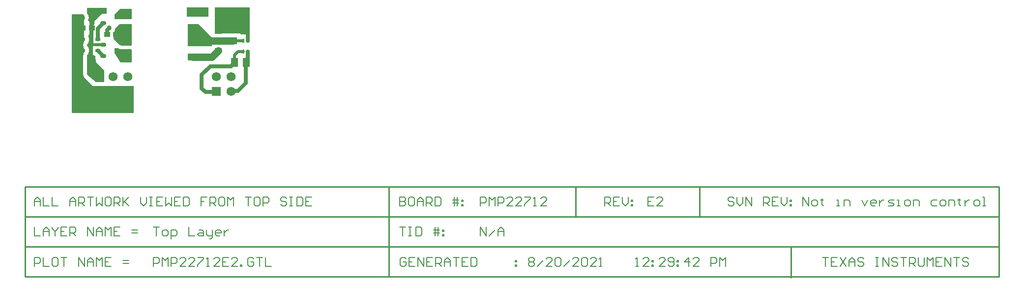
<source format=gtl>
G04*
G04 #@! TF.GenerationSoftware,Altium Limited,Altium Designer,21.6.1 (37)*
G04*
G04 Layer_Physical_Order=1*
G04 Layer_Color=10066329*
%FSAX44Y44*%
%MOMM*%
G71*
G04*
G04 #@! TF.SameCoordinates,618BDD94-0BF2-4233-98CF-319708F98917*
G04*
G04*
G04 #@! TF.FilePolarity,Positive*
G04*
G01*
G75*
%ADD15C,0.2032*%
%ADD17C,0.2540*%
G04:AMPARAMS|DCode=18|XSize=0.75mm|YSize=0.4mm|CornerRadius=0.05mm|HoleSize=0mm|Usage=FLASHONLY|Rotation=270.000|XOffset=0mm|YOffset=0mm|HoleType=Round|Shape=RoundedRectangle|*
%AMROUNDEDRECTD18*
21,1,0.7500,0.3000,0,0,270.0*
21,1,0.6500,0.4000,0,0,270.0*
1,1,0.1000,-0.1500,-0.3250*
1,1,0.1000,-0.1500,0.3250*
1,1,0.1000,0.1500,0.3250*
1,1,0.1000,0.1500,-0.3250*
%
%ADD18ROUNDEDRECTD18*%
%ADD19R,1.2700X1.6002*%
%ADD20R,1.6002X1.2700*%
G04:AMPARAMS|DCode=21|XSize=0.9144mm|YSize=1.2192mm|CornerRadius=0.0503mm|HoleSize=0mm|Usage=FLASHONLY|Rotation=180.000|XOffset=0mm|YOffset=0mm|HoleType=Round|Shape=RoundedRectangle|*
%AMROUNDEDRECTD21*
21,1,0.9144,1.1186,0,0,180.0*
21,1,0.8138,1.2192,0,0,180.0*
1,1,0.1006,-0.4069,0.5593*
1,1,0.1006,0.4069,0.5593*
1,1,0.1006,0.4069,-0.5593*
1,1,0.1006,-0.4069,-0.5593*
%
%ADD21ROUNDEDRECTD21*%
G04:AMPARAMS|DCode=22|XSize=0.9144mm|YSize=1.2192mm|CornerRadius=0.0503mm|HoleSize=0mm|Usage=FLASHONLY|Rotation=270.000|XOffset=0mm|YOffset=0mm|HoleType=Round|Shape=RoundedRectangle|*
%AMROUNDEDRECTD22*
21,1,0.9144,1.1186,0,0,270.0*
21,1,0.8138,1.2192,0,0,270.0*
1,1,0.1006,-0.5593,-0.4069*
1,1,0.1006,-0.5593,0.4069*
1,1,0.1006,0.5593,0.4069*
1,1,0.1006,0.5593,-0.4069*
%
%ADD22ROUNDEDRECTD22*%
G04:AMPARAMS|DCode=23|XSize=1.82mm|YSize=1.12mm|CornerRadius=0.0504mm|HoleSize=0mm|Usage=FLASHONLY|Rotation=0.000|XOffset=0mm|YOffset=0mm|HoleType=Round|Shape=RoundedRectangle|*
%AMROUNDEDRECTD23*
21,1,1.8200,1.0192,0,0,0.0*
21,1,1.7192,1.1200,0,0,0.0*
1,1,0.1008,0.8596,-0.5096*
1,1,0.1008,-0.8596,-0.5096*
1,1,0.1008,-0.8596,0.5096*
1,1,0.1008,0.8596,0.5096*
%
%ADD23ROUNDEDRECTD23*%
G04:AMPARAMS|DCode=24|XSize=0.55mm|YSize=0.8mm|CornerRadius=0.0495mm|HoleSize=0mm|Usage=FLASHONLY|Rotation=270.000|XOffset=0mm|YOffset=0mm|HoleType=Round|Shape=RoundedRectangle|*
%AMROUNDEDRECTD24*
21,1,0.5500,0.7010,0,0,270.0*
21,1,0.4510,0.8000,0,0,270.0*
1,1,0.0990,-0.3505,-0.2255*
1,1,0.0990,-0.3505,0.2255*
1,1,0.0990,0.3505,0.2255*
1,1,0.0990,0.3505,-0.2255*
%
%ADD24ROUNDEDRECTD24*%
G04:AMPARAMS|DCode=25|XSize=0.6mm|YSize=1mm|CornerRadius=0.15mm|HoleSize=0mm|Usage=FLASHONLY|Rotation=90.000|XOffset=0mm|YOffset=0mm|HoleType=Round|Shape=RoundedRectangle|*
%AMROUNDEDRECTD25*
21,1,0.6000,0.7000,0,0,90.0*
21,1,0.3000,1.0000,0,0,90.0*
1,1,0.3000,0.3500,0.1500*
1,1,0.3000,0.3500,-0.1500*
1,1,0.3000,-0.3500,-0.1500*
1,1,0.3000,-0.3500,0.1500*
%
%ADD25ROUNDEDRECTD25*%
%ADD26R,1.0000X0.9500*%
%ADD35C,1.5700*%
G04:AMPARAMS|DCode=36|XSize=1.57mm|YSize=1.57mm|CornerRadius=0.0471mm|HoleSize=0mm|Usage=FLASHONLY|Rotation=0.000|XOffset=0mm|YOffset=0mm|HoleType=Round|Shape=RoundedRectangle|*
%AMROUNDEDRECTD36*
21,1,1.5700,1.4758,0,0,0.0*
21,1,1.4758,1.5700,0,0,0.0*
1,1,0.0942,0.7379,-0.7379*
1,1,0.0942,-0.7379,-0.7379*
1,1,0.0942,-0.7379,0.7379*
1,1,0.0942,0.7379,0.7379*
%
%ADD36ROUNDEDRECTD36*%
%ADD38C,0.6350*%
%ADD39C,0.5080*%
%ADD40C,1.2700*%
%ADD41C,0.8636*%
G36*
X00417179Y00549524D02*
X00380280D01*
Y00565245D01*
X00417179D01*
Y00549524D01*
D02*
G37*
G36*
X00284918Y00545076D02*
X00255268D01*
Y00553243D01*
X00264786Y00562761D01*
X00284918D01*
Y00545076D01*
D02*
G37*
G36*
X00488268Y00565486D02*
X00488268Y00518714D01*
X00472744Y00518714D01*
Y00520743D01*
X00459225D01*
X00458393Y00520853D01*
X00428518D01*
Y00565486D01*
X00488268Y00565486D01*
D02*
G37*
G36*
X00284918Y00500644D02*
X00283648Y00499604D01*
X00283540Y00499619D01*
X00283444Y00499593D01*
X00268052D01*
X00267977Y00499651D01*
X00266067Y00500442D01*
X00265100Y00500569D01*
X00264674Y00500942D01*
X00264269Y00501080D01*
X00263914Y00501317D01*
X00263673Y00501365D01*
X00253868Y00511170D01*
Y00522340D01*
X00255336Y00524254D01*
X00256411Y00526849D01*
X00256705Y00529083D01*
X00264301Y00536679D01*
X00284918D01*
Y00500644D01*
D02*
G37*
G36*
X00422991Y00513756D02*
Y00498894D01*
X00422788Y00498629D01*
X00422706Y00498430D01*
X00381618D01*
Y00536679D01*
X00400068D01*
X00422991Y00513756D01*
D02*
G37*
G36*
X00261584Y00495144D02*
X00263015Y00494045D01*
X00264683Y00493354D01*
X00266472Y00493119D01*
X00283664D01*
X00283963Y00493158D01*
X00284918Y00492321D01*
Y00470267D01*
X00265794D01*
X00255268Y00486581D01*
Y00495336D01*
X00261436D01*
X00261584Y00495144D01*
D02*
G37*
G36*
X00242268Y00564636D02*
X00242268Y00554636D01*
X00233268D01*
X00220768Y00542136D01*
X00220942Y00536679D01*
X00220073Y00535810D01*
X00218546Y00533820D01*
X00217586Y00531503D01*
X00217259Y00529016D01*
Y00516394D01*
X00216957Y00516001D01*
X00216267Y00514336D01*
X00216032Y00512549D01*
Y00508039D01*
X00216267Y00506252D01*
X00216957Y00504587D01*
X00218054Y00503157D01*
X00219300Y00502201D01*
X00219480Y00500794D01*
X00219300Y00499386D01*
X00218054Y00498430D01*
X00216957Y00497001D01*
X00216267Y00495336D01*
X00216032Y00493549D01*
Y00489039D01*
X00216267Y00487252D01*
X00216957Y00485587D01*
X00218054Y00484157D01*
X00219484Y00483060D01*
X00221149Y00482370D01*
X00221873Y00482275D01*
X00222704Y00481444D01*
X00223060Y00470267D01*
X00237810Y00456930D01*
X00237810Y00437136D01*
X00223757Y00437136D01*
X00208268Y00449528D01*
Y00483343D01*
X00209328Y00484157D01*
X00210425Y00485587D01*
X00211115Y00487252D01*
X00211350Y00489039D01*
Y00493549D01*
X00211115Y00495336D01*
X00210425Y00497001D01*
X00209328Y00498430D01*
X00208268Y00499244D01*
Y00502343D01*
X00209328Y00503157D01*
X00210425Y00504587D01*
X00211115Y00506252D01*
X00211350Y00508039D01*
Y00512549D01*
X00211115Y00514336D01*
X00210425Y00516001D01*
X00211683Y00518534D01*
X00212041D01*
Y00540734D01*
X00211409D01*
X00210165Y00543274D01*
X00210911Y00545076D01*
X00211278Y00547861D01*
X00210911Y00550646D01*
X00209837Y00553241D01*
X00208268Y00555285D01*
Y00564636D01*
X00242268Y00564636D01*
D02*
G37*
G36*
X00202203Y00553226D02*
X00202286Y00552807D01*
X00202757Y00552103D01*
X00203132Y00551343D01*
X00203268Y00551166D01*
Y00506290D01*
X00203219Y00506217D01*
X00202661Y00505581D01*
X00202524Y00505176D01*
X00202286Y00504821D01*
X00202121Y00503991D01*
X00201849Y00503189D01*
X00201877Y00502762D01*
X00201794Y00502343D01*
Y00499244D01*
X00201877Y00498825D01*
X00201849Y00498399D01*
X00202121Y00497597D01*
X00202286Y00496766D01*
X00202524Y00496411D01*
X00202661Y00496007D01*
X00203219Y00495370D01*
X00203268Y00495297D01*
Y00487290D01*
X00203219Y00487217D01*
X00202661Y00486581D01*
X00202524Y00486176D01*
X00202286Y00485821D01*
X00202121Y00484990D01*
X00201849Y00484188D01*
X00201877Y00483762D01*
X00201794Y00483343D01*
Y00449528D01*
X00201864Y00449173D01*
X00201833Y00448813D01*
X00202109Y00447944D01*
X00202286Y00447050D01*
X00202487Y00446749D01*
X00202597Y00446404D01*
X00203184Y00445707D01*
X00203268Y00445581D01*
Y00444636D01*
X00218268Y00429636D01*
X00288268D01*
Y00383610D01*
X00182242Y00383610D01*
X00182242Y00553241D01*
X00202196D01*
X00202203Y00553226D01*
D02*
G37*
G54D15*
X00322326Y00186814D02*
X00332483D01*
X00327404D01*
Y00171579D01*
X00340100D02*
X00345179D01*
X00347718Y00174118D01*
Y00179196D01*
X00345179Y00181735D01*
X00340100D01*
X00337561Y00179196D01*
Y00174118D01*
X00340100Y00171579D01*
X00352796Y00166500D02*
Y00181735D01*
X00360414D01*
X00362953Y00179196D01*
Y00174118D01*
X00360414Y00171579D01*
X00352796D01*
X00383266Y00186814D02*
Y00171579D01*
X00393423D01*
X00401040Y00181735D02*
X00406119D01*
X00408658Y00179196D01*
Y00171579D01*
X00401040D01*
X00398501Y00174118D01*
X00401040Y00176657D01*
X00408658D01*
X00413736Y00181735D02*
Y00174118D01*
X00416276Y00171579D01*
X00423893D01*
Y00169039D01*
X00421354Y00166500D01*
X00418815D01*
X00423893Y00171579D02*
Y00181735D01*
X00436589Y00171579D02*
X00431511D01*
X00428971Y00174118D01*
Y00179196D01*
X00431511Y00181735D01*
X00436589D01*
X00439128Y00179196D01*
Y00176657D01*
X00428971D01*
X00444207Y00181735D02*
Y00171579D01*
Y00176657D01*
X00446746Y00179196D01*
X00449285Y00181735D01*
X00451824D01*
X01441196Y00223097D02*
Y00238332D01*
X01451353Y00223097D01*
Y00238332D01*
X01458970Y00223097D02*
X01464049D01*
X01466588Y00225636D01*
Y00230714D01*
X01464049Y00233253D01*
X01458970D01*
X01456431Y00230714D01*
Y00225636D01*
X01458970Y00223097D01*
X01474205Y00235793D02*
Y00233253D01*
X01471666D01*
X01476745D01*
X01474205D01*
Y00225636D01*
X01476745Y00223097D01*
X01499597D02*
X01504675D01*
X01502136D01*
Y00233253D01*
X01499597D01*
X01512293Y00223097D02*
Y00233253D01*
X01519910D01*
X01522450Y00230714D01*
Y00223097D01*
X01542763Y00233253D02*
X01547841Y00223097D01*
X01552920Y00233253D01*
X01565616Y00223097D02*
X01560537D01*
X01557998Y00225636D01*
Y00230714D01*
X01560537Y00233253D01*
X01565616D01*
X01568155Y00230714D01*
Y00228175D01*
X01557998D01*
X01573233Y00233253D02*
Y00223097D01*
Y00228175D01*
X01575773Y00230714D01*
X01578312Y00233253D01*
X01580851D01*
X01588468Y00223097D02*
X01596086D01*
X01598625Y00225636D01*
X01596086Y00228175D01*
X01591008D01*
X01588468Y00230714D01*
X01591008Y00233253D01*
X01598625D01*
X01603703Y00223097D02*
X01608782D01*
X01606243D01*
Y00233253D01*
X01603703D01*
X01618938Y00223097D02*
X01624017D01*
X01626556Y00225636D01*
Y00230714D01*
X01624017Y00233253D01*
X01618938D01*
X01616399Y00230714D01*
Y00225636D01*
X01618938Y00223097D01*
X01631634D02*
Y00233253D01*
X01639252D01*
X01641791Y00230714D01*
Y00223097D01*
X01672261Y00233253D02*
X01664644D01*
X01662104Y00230714D01*
Y00225636D01*
X01664644Y00223097D01*
X01672261D01*
X01679879D02*
X01684957D01*
X01687496Y00225636D01*
Y00230714D01*
X01684957Y00233253D01*
X01679879D01*
X01677340Y00230714D01*
Y00225636D01*
X01679879Y00223097D01*
X01692575D02*
Y00233253D01*
X01700192D01*
X01702731Y00230714D01*
Y00223097D01*
X01710349Y00235793D02*
Y00233253D01*
X01707810D01*
X01712888D01*
X01710349D01*
Y00225636D01*
X01712888Y00223097D01*
X01720506Y00233253D02*
Y00223097D01*
Y00228175D01*
X01723045Y00230714D01*
X01725584Y00233253D01*
X01728123D01*
X01738280Y00223097D02*
X01743358D01*
X01745897Y00225636D01*
Y00230714D01*
X01743358Y00233253D01*
X01738280D01*
X01735741Y00230714D01*
Y00225636D01*
X01738280Y00223097D01*
X01750976D02*
X01756054D01*
X01753515D01*
Y00238332D01*
X01750976D01*
X01322829Y00235793D02*
X01320289Y00238332D01*
X01315211D01*
X01312672Y00235793D01*
Y00233253D01*
X01315211Y00230714D01*
X01320289D01*
X01322829Y00228175D01*
Y00225636D01*
X01320289Y00223097D01*
X01315211D01*
X01312672Y00225636D01*
X01327907Y00238332D02*
Y00228175D01*
X01332985Y00223097D01*
X01338064Y00228175D01*
Y00238332D01*
X01343142Y00223097D02*
Y00238332D01*
X01353299Y00223097D01*
Y00238332D01*
X01373612Y00223097D02*
Y00238332D01*
X01381230D01*
X01383769Y00235793D01*
Y00230714D01*
X01381230Y00228175D01*
X01373612D01*
X01378691D02*
X01383769Y00223097D01*
X01399004Y00238332D02*
X01388847D01*
Y00223097D01*
X01399004D01*
X01388847Y00230714D02*
X01393926D01*
X01404082Y00238332D02*
Y00228175D01*
X01409161Y00223097D01*
X01414239Y00228175D01*
Y00238332D01*
X01419317Y00233253D02*
X01421857D01*
Y00230714D01*
X01419317D01*
Y00233253D01*
Y00225636D02*
X01421857D01*
Y00223097D01*
X01419317D01*
Y00225636D01*
X01099820Y00223097D02*
Y00238332D01*
X01107438D01*
X01109977Y00235793D01*
Y00230714D01*
X01107438Y00228175D01*
X01099820D01*
X01104898D02*
X01109977Y00223097D01*
X01125212Y00238332D02*
X01115055D01*
Y00223097D01*
X01125212D01*
X01115055Y00230714D02*
X01120133D01*
X01130290Y00238332D02*
Y00228175D01*
X01135368Y00223097D01*
X01140447Y00228175D01*
Y00238332D01*
X01145525Y00233253D02*
X01148064D01*
Y00230714D01*
X01145525D01*
Y00233253D01*
Y00225636D02*
X01148064D01*
Y00223097D01*
X01145525D01*
Y00225636D01*
X00322326Y00119295D02*
Y00134530D01*
X00329944D01*
X00332483Y00131991D01*
Y00126912D01*
X00329944Y00124373D01*
X00322326D01*
X00337561Y00119295D02*
Y00134530D01*
X00342639Y00129452D01*
X00347718Y00134530D01*
Y00119295D01*
X00352796D02*
Y00134530D01*
X00360414D01*
X00362953Y00131991D01*
Y00126912D01*
X00360414Y00124373D01*
X00352796D01*
X00378188Y00119295D02*
X00368031D01*
X00378188Y00129452D01*
Y00131991D01*
X00375649Y00134530D01*
X00370570D01*
X00368031Y00131991D01*
X00393423Y00119295D02*
X00383266D01*
X00393423Y00129452D01*
Y00131991D01*
X00390884Y00134530D01*
X00385806D01*
X00383266Y00131991D01*
X00398501Y00134530D02*
X00408658D01*
Y00131991D01*
X00398501Y00121834D01*
Y00119295D01*
X00413736D02*
X00418815D01*
X00416276D01*
Y00134530D01*
X00413736Y00131991D01*
X00436589Y00119295D02*
X00426432D01*
X00436589Y00129452D01*
Y00131991D01*
X00434050Y00134530D01*
X00428971D01*
X00426432Y00131991D01*
X00451824Y00134530D02*
X00441667D01*
Y00119295D01*
X00451824D01*
X00441667Y00126912D02*
X00446746D01*
X00467059Y00119295D02*
X00456903D01*
X00467059Y00129452D01*
Y00131991D01*
X00464520Y00134530D01*
X00459442D01*
X00456903Y00131991D01*
X00472137Y00119295D02*
Y00121834D01*
X00474677D01*
Y00119295D01*
X00472137D01*
X00494990Y00131991D02*
X00492451Y00134530D01*
X00487373D01*
X00484833Y00131991D01*
Y00121834D01*
X00487373Y00119295D01*
X00492451D01*
X00494990Y00121834D01*
Y00126912D01*
X00489912D01*
X00500069Y00134530D02*
X00510225D01*
X00505147D01*
Y00119295D01*
X00515304Y00134530D02*
Y00119295D01*
X00525460D01*
X00968121Y00131991D02*
X00970660Y00134530D01*
X00975739D01*
X00978278Y00131991D01*
Y00129452D01*
X00975739Y00126912D01*
X00978278Y00124373D01*
Y00121834D01*
X00975739Y00119295D01*
X00970660D01*
X00968121Y00121834D01*
Y00124373D01*
X00970660Y00126912D01*
X00968121Y00129452D01*
Y00131991D01*
X00970660Y00126912D02*
X00975739D01*
X00983356Y00119295D02*
X00993513Y00129452D01*
X01008748Y00119295D02*
X00998591D01*
X01008748Y00129452D01*
Y00131991D01*
X01006209Y00134530D01*
X01001130D01*
X00998591Y00131991D01*
X01013826D02*
X01016365Y00134530D01*
X01021444D01*
X01023983Y00131991D01*
Y00121834D01*
X01021444Y00119295D01*
X01016365D01*
X01013826Y00121834D01*
Y00131991D01*
X01029061Y00119295D02*
X01039218Y00129452D01*
X01054453Y00119295D02*
X01044296D01*
X01054453Y00129452D01*
Y00131991D01*
X01051914Y00134530D01*
X01046835D01*
X01044296Y00131991D01*
X01059531D02*
X01062071Y00134530D01*
X01067149D01*
X01069688Y00131991D01*
Y00121834D01*
X01067149Y00119295D01*
X01062071D01*
X01059531Y00121834D01*
Y00131991D01*
X01084923Y00119295D02*
X01074766D01*
X01084923Y00129452D01*
Y00131991D01*
X01082384Y00134530D01*
X01077306D01*
X01074766Y00131991D01*
X01090002Y00119295D02*
X01095080D01*
X01092541D01*
Y00134530D01*
X01090002Y00131991D01*
X00757425D02*
X00754885Y00134530D01*
X00749807D01*
X00747268Y00131991D01*
Y00121834D01*
X00749807Y00119295D01*
X00754885D01*
X00757425Y00121834D01*
Y00126912D01*
X00752346D01*
X00772660Y00134530D02*
X00762503D01*
Y00119295D01*
X00772660D01*
X00762503Y00126912D02*
X00767581D01*
X00777738Y00119295D02*
Y00134530D01*
X00787895Y00119295D01*
Y00134530D01*
X00803130D02*
X00792973D01*
Y00119295D01*
X00803130D01*
X00792973Y00126912D02*
X00798052D01*
X00808208Y00119295D02*
Y00134530D01*
X00815826D01*
X00818365Y00131991D01*
Y00126912D01*
X00815826Y00124373D01*
X00808208D01*
X00813287D02*
X00818365Y00119295D01*
X00823443D02*
Y00129452D01*
X00828522Y00134530D01*
X00833600Y00129452D01*
Y00119295D01*
Y00126912D01*
X00823443D01*
X00838678Y00134530D02*
X00848835D01*
X00843757D01*
Y00119295D01*
X00864070Y00134530D02*
X00853913D01*
Y00119295D01*
X00864070D01*
X00853913Y00126912D02*
X00858992D01*
X00869149Y00134530D02*
Y00119295D01*
X00876766D01*
X00879305Y00121834D01*
Y00131991D01*
X00876766Y00134530D01*
X00869149D01*
X00945324Y00129452D02*
X00947863D01*
Y00126912D01*
X00945324D01*
Y00129452D01*
Y00121834D02*
X00947863D01*
Y00119295D01*
X00945324D01*
Y00121834D01*
X00117729Y00223097D02*
Y00233253D01*
X00122807Y00238332D01*
X00127886Y00233253D01*
Y00223097D01*
Y00230714D01*
X00117729D01*
X00132964Y00238332D02*
Y00223097D01*
X00143121D01*
X00148199Y00238332D02*
Y00223097D01*
X00158356D01*
X00178669D02*
Y00233253D01*
X00183748Y00238332D01*
X00188826Y00233253D01*
Y00223097D01*
Y00230714D01*
X00178669D01*
X00193904Y00223097D02*
Y00238332D01*
X00201522D01*
X00204061Y00235793D01*
Y00230714D01*
X00201522Y00228175D01*
X00193904D01*
X00198983D02*
X00204061Y00223097D01*
X00209139Y00238332D02*
X00219296D01*
X00214218D01*
Y00223097D01*
X00224375Y00238332D02*
Y00223097D01*
X00229453Y00228175D01*
X00234531Y00223097D01*
Y00238332D01*
X00247227D02*
X00242149D01*
X00239610Y00235793D01*
Y00225636D01*
X00242149Y00223097D01*
X00247227D01*
X00249766Y00225636D01*
Y00235793D01*
X00247227Y00238332D01*
X00254845Y00223097D02*
Y00238332D01*
X00262462D01*
X00265001Y00235793D01*
Y00230714D01*
X00262462Y00228175D01*
X00254845D01*
X00259923D02*
X00265001Y00223097D01*
X00270080Y00238332D02*
Y00223097D01*
Y00228175D01*
X00280236Y00238332D01*
X00272619Y00230714D01*
X00280236Y00223097D01*
X00300550Y00238332D02*
Y00228175D01*
X00305628Y00223097D01*
X00310707Y00228175D01*
Y00238332D01*
X00315785D02*
X00320863D01*
X00318324D01*
Y00223097D01*
X00315785D01*
X00320863D01*
X00338638Y00238332D02*
X00328481D01*
Y00223097D01*
X00338638D01*
X00328481Y00230714D02*
X00333559D01*
X00343716Y00238332D02*
Y00223097D01*
X00348794Y00228175D01*
X00353873Y00223097D01*
Y00238332D01*
X00369108D02*
X00358951D01*
Y00223097D01*
X00369108D01*
X00358951Y00230714D02*
X00364029D01*
X00374186Y00238332D02*
Y00223097D01*
X00381804D01*
X00384343Y00225636D01*
Y00235793D01*
X00381804Y00238332D01*
X00374186D01*
X00414813D02*
X00404656D01*
Y00230714D01*
X00409734D01*
X00404656D01*
Y00223097D01*
X00419891D02*
Y00238332D01*
X00427509D01*
X00430048Y00235793D01*
Y00230714D01*
X00427509Y00228175D01*
X00419891D01*
X00424970D02*
X00430048Y00223097D01*
X00442744Y00238332D02*
X00437665D01*
X00435126Y00235793D01*
Y00225636D01*
X00437665Y00223097D01*
X00442744D01*
X00445283Y00225636D01*
Y00235793D01*
X00442744Y00238332D01*
X00450361Y00223097D02*
Y00238332D01*
X00455440Y00233253D01*
X00460518Y00238332D01*
Y00223097D01*
X00480832Y00238332D02*
X00490988D01*
X00485910D01*
Y00223097D01*
X00503684Y00238332D02*
X00498606D01*
X00496067Y00235793D01*
Y00225636D01*
X00498606Y00223097D01*
X00503684D01*
X00506223Y00225636D01*
Y00235793D01*
X00503684Y00238332D01*
X00511302Y00223097D02*
Y00238332D01*
X00518919D01*
X00521458Y00235793D01*
Y00230714D01*
X00518919Y00228175D01*
X00511302D01*
X00551929Y00235793D02*
X00549389Y00238332D01*
X00544311D01*
X00541772Y00235793D01*
Y00233253D01*
X00544311Y00230714D01*
X00549389D01*
X00551929Y00228175D01*
Y00225636D01*
X00549389Y00223097D01*
X00544311D01*
X00541772Y00225636D01*
X00557007Y00238332D02*
X00562085D01*
X00559546D01*
Y00223097D01*
X00557007D01*
X00562085D01*
X00569703Y00238332D02*
Y00223097D01*
X00577320D01*
X00579860Y00225636D01*
Y00235793D01*
X00577320Y00238332D01*
X00569703D01*
X00595095D02*
X00584938D01*
Y00223097D01*
X00595095D01*
X00584938Y00230714D02*
X00590016D01*
X01184018Y00238332D02*
X01173861D01*
Y00223097D01*
X01184018D01*
X01173861Y00230714D02*
X01178939D01*
X01199253Y00223097D02*
X01189096D01*
X01199253Y00233253D01*
Y00235793D01*
X01196714Y00238332D01*
X01191635D01*
X01189096Y00235793D01*
X00885317Y00223097D02*
Y00238332D01*
X00892934D01*
X00895474Y00235793D01*
Y00230714D01*
X00892934Y00228175D01*
X00885317D01*
X00900552Y00223097D02*
Y00238332D01*
X00905630Y00233253D01*
X00910709Y00238332D01*
Y00223097D01*
X00915787D02*
Y00238332D01*
X00923405D01*
X00925944Y00235793D01*
Y00230714D01*
X00923405Y00228175D01*
X00915787D01*
X00941179Y00223097D02*
X00931022D01*
X00941179Y00233253D01*
Y00235793D01*
X00938640Y00238332D01*
X00933561D01*
X00931022Y00235793D01*
X00956414Y00223097D02*
X00946257D01*
X00956414Y00233253D01*
Y00235793D01*
X00953875Y00238332D01*
X00948796D01*
X00946257Y00235793D01*
X00961492Y00238332D02*
X00971649D01*
Y00235793D01*
X00961492Y00225636D01*
Y00223097D01*
X00976727D02*
X00981806D01*
X00979267D01*
Y00238332D01*
X00976727Y00235793D01*
X00999580Y00223097D02*
X00989423D01*
X00999580Y00233253D01*
Y00235793D01*
X00997041Y00238332D01*
X00991963D01*
X00989423Y00235793D01*
X00746760Y00238332D02*
Y00223097D01*
X00754378D01*
X00756917Y00225636D01*
Y00228175D01*
X00754378Y00230714D01*
X00746760D01*
X00754378D01*
X00756917Y00233253D01*
Y00235793D01*
X00754378Y00238332D01*
X00746760D01*
X00769613D02*
X00764534D01*
X00761995Y00235793D01*
Y00225636D01*
X00764534Y00223097D01*
X00769613D01*
X00772152Y00225636D01*
Y00235793D01*
X00769613Y00238332D01*
X00777230Y00223097D02*
Y00233253D01*
X00782309Y00238332D01*
X00787387Y00233253D01*
Y00223097D01*
Y00230714D01*
X00777230D01*
X00792465Y00223097D02*
Y00238332D01*
X00800083D01*
X00802622Y00235793D01*
Y00230714D01*
X00800083Y00228175D01*
X00792465D01*
X00797544D02*
X00802622Y00223097D01*
X00807700Y00238332D02*
Y00223097D01*
X00815318D01*
X00817857Y00225636D01*
Y00235793D01*
X00815318Y00238332D01*
X00807700D01*
X00840710Y00223097D02*
Y00238332D01*
X00845788D02*
Y00223097D01*
X00838170Y00233253D02*
X00845788D01*
X00848327D01*
X00838170Y00228175D02*
X00848327D01*
X00853406Y00233253D02*
X00855945D01*
Y00230714D01*
X00853406D01*
Y00233253D01*
Y00225636D02*
X00855945D01*
Y00223097D01*
X00853406D01*
Y00225636D01*
X00117729Y00186814D02*
Y00171579D01*
X00127886D01*
X00132964D02*
Y00181735D01*
X00138042Y00186814D01*
X00143121Y00181735D01*
Y00171579D01*
Y00179196D01*
X00132964D01*
X00148199Y00186814D02*
Y00184275D01*
X00153278Y00179196D01*
X00158356Y00184275D01*
Y00186814D01*
X00153278Y00179196D02*
Y00171579D01*
X00173591Y00186814D02*
X00163434D01*
Y00171579D01*
X00173591D01*
X00163434Y00179196D02*
X00168513D01*
X00178669Y00171579D02*
Y00186814D01*
X00186287D01*
X00188826Y00184275D01*
Y00179196D01*
X00186287Y00176657D01*
X00178669D01*
X00183748D02*
X00188826Y00171579D01*
X00209139D02*
Y00186814D01*
X00219296Y00171579D01*
Y00186814D01*
X00224375Y00171579D02*
Y00181735D01*
X00229453Y00186814D01*
X00234531Y00181735D01*
Y00171579D01*
Y00179196D01*
X00224375D01*
X00239610Y00171579D02*
Y00186814D01*
X00244688Y00181735D01*
X00249766Y00186814D01*
Y00171579D01*
X00265001Y00186814D02*
X00254845D01*
Y00171579D01*
X00265001D01*
X00254845Y00179196D02*
X00259923D01*
X00285315Y00176657D02*
X00295471D01*
X00285315Y00181735D02*
X00295471D01*
X00117729Y00119295D02*
Y00134530D01*
X00125346D01*
X00127886Y00131991D01*
Y00126912D01*
X00125346Y00124373D01*
X00117729D01*
X00132964Y00134530D02*
Y00119295D01*
X00143121D01*
X00155817Y00134530D02*
X00150738D01*
X00148199Y00131991D01*
Y00121834D01*
X00150738Y00119295D01*
X00155817D01*
X00158356Y00121834D01*
Y00131991D01*
X00155817Y00134530D01*
X00163434D02*
X00173591D01*
X00168513D01*
Y00119295D01*
X00193904D02*
Y00134530D01*
X00204061Y00119295D01*
Y00134530D01*
X00209139Y00119295D02*
Y00129452D01*
X00214218Y00134530D01*
X00219296Y00129452D01*
Y00119295D01*
Y00126912D01*
X00209139D01*
X00224375Y00119295D02*
Y00134530D01*
X00229453Y00129452D01*
X00234531Y00134530D01*
Y00119295D01*
X00249766Y00134530D02*
X00239610D01*
Y00119295D01*
X00249766D01*
X00239610Y00126912D02*
X00244688D01*
X00270080Y00124373D02*
X00280236D01*
X00270080Y00129452D02*
X00280236D01*
X01153287Y00119295D02*
X01158365D01*
X01155826D01*
Y00134530D01*
X01153287Y00131991D01*
X01176140Y00119295D02*
X01165983D01*
X01176140Y00129452D01*
Y00131991D01*
X01173600Y00134530D01*
X01168522D01*
X01165983Y00131991D01*
X01181218Y00129452D02*
X01183757D01*
Y00126912D01*
X01181218D01*
Y00129452D01*
Y00121834D02*
X01183757D01*
Y00119295D01*
X01181218D01*
Y00121834D01*
X01204071Y00119295D02*
X01193914D01*
X01204071Y00129452D01*
Y00131991D01*
X01201531Y00134530D01*
X01196453D01*
X01193914Y00131991D01*
X01209149Y00121834D02*
X01211688Y00119295D01*
X01216767D01*
X01219306Y00121834D01*
Y00131991D01*
X01216767Y00134530D01*
X01211688D01*
X01209149Y00131991D01*
Y00129452D01*
X01211688Y00126912D01*
X01219306D01*
X01224384Y00129452D02*
X01226923D01*
Y00126912D01*
X01224384D01*
Y00129452D01*
Y00121834D02*
X01226923D01*
Y00119295D01*
X01224384D01*
Y00121834D01*
X01244697Y00119295D02*
Y00134530D01*
X01237080Y00126912D01*
X01247237D01*
X01262472Y00119295D02*
X01252315D01*
X01262472Y00129452D01*
Y00131991D01*
X01259932Y00134530D01*
X01254854D01*
X01252315Y00131991D01*
X01282785Y00119295D02*
Y00134530D01*
X01290403D01*
X01292942Y00131991D01*
Y00126912D01*
X01290403Y00124373D01*
X01282785D01*
X01298020Y00119295D02*
Y00134530D01*
X01303098Y00129452D01*
X01308177Y00134530D01*
Y00119295D01*
X01474470Y00134530D02*
X01484627D01*
X01479548D01*
Y00119295D01*
X01499862Y00134530D02*
X01489705D01*
Y00119295D01*
X01499862D01*
X01489705Y00126912D02*
X01494783D01*
X01504940Y00134530D02*
X01515097Y00119295D01*
Y00134530D02*
X01504940Y00119295D01*
X01520175D02*
Y00129452D01*
X01525254Y00134530D01*
X01530332Y00129452D01*
Y00119295D01*
Y00126912D01*
X01520175D01*
X01545567Y00131991D02*
X01543028Y00134530D01*
X01537950D01*
X01535410Y00131991D01*
Y00129452D01*
X01537950Y00126912D01*
X01543028D01*
X01545567Y00124373D01*
Y00121834D01*
X01543028Y00119295D01*
X01537950D01*
X01535410Y00121834D01*
X01565880Y00134530D02*
X01570959D01*
X01568420D01*
Y00119295D01*
X01565880D01*
X01570959D01*
X01578576D02*
Y00134530D01*
X01588733Y00119295D01*
Y00134530D01*
X01603968Y00131991D02*
X01601429Y00134530D01*
X01596351D01*
X01593811Y00131991D01*
Y00129452D01*
X01596351Y00126912D01*
X01601429D01*
X01603968Y00124373D01*
Y00121834D01*
X01601429Y00119295D01*
X01596351D01*
X01593811Y00121834D01*
X01609046Y00134530D02*
X01619203D01*
X01614125D01*
Y00119295D01*
X01624281D02*
Y00134530D01*
X01631899D01*
X01634438Y00131991D01*
Y00126912D01*
X01631899Y00124373D01*
X01624281D01*
X01629360D02*
X01634438Y00119295D01*
X01639517Y00134530D02*
Y00121834D01*
X01642056Y00119295D01*
X01647134D01*
X01649673Y00121834D01*
Y00134530D01*
X01654752Y00119295D02*
Y00134530D01*
X01659830Y00129452D01*
X01664908Y00134530D01*
Y00119295D01*
X01680143Y00134530D02*
X01669987D01*
Y00119295D01*
X01680143D01*
X01669987Y00126912D02*
X01675065D01*
X01685222Y00119295D02*
Y00134530D01*
X01695379Y00119295D01*
Y00134530D01*
X01700457D02*
X01710614D01*
X01705535D01*
Y00119295D01*
X01725849Y00131991D02*
X01723309Y00134530D01*
X01718231D01*
X01715692Y00131991D01*
Y00129452D01*
X01718231Y00126912D01*
X01723309D01*
X01725849Y00124373D01*
Y00121834D01*
X01723309Y00119295D01*
X01718231D01*
X01715692Y00121834D01*
X00746760Y00186685D02*
X00756917D01*
X00751838D01*
Y00171450D01*
X00761995Y00186685D02*
X00767073D01*
X00764534D01*
Y00171450D01*
X00761995D01*
X00767073D01*
X00774691Y00186685D02*
Y00171450D01*
X00782309D01*
X00784848Y00173989D01*
Y00184146D01*
X00782309Y00186685D01*
X00774691D01*
X00807700Y00171450D02*
Y00186685D01*
X00812779D02*
Y00171450D01*
X00805161Y00181607D02*
X00812779D01*
X00815318D01*
X00805161Y00176528D02*
X00815318D01*
X00820396Y00181607D02*
X00822935D01*
Y00179067D01*
X00820396D01*
Y00181607D01*
Y00173989D02*
X00822935D01*
Y00171450D01*
X00820396D01*
Y00173989D01*
X00885317Y00171450D02*
Y00186685D01*
X00895474Y00171450D01*
Y00186685D01*
X00900552Y00171450D02*
X00910709Y00181607D01*
X00915787Y00171450D02*
Y00181607D01*
X00920865Y00186685D01*
X00925944Y00181607D01*
Y00171450D01*
Y00179067D01*
X00915787D01*
G54D17*
X01262888Y00205020D02*
Y00256667D01*
X01049528Y00205020D02*
Y00256667D01*
X00101600Y00205020D02*
X01778508D01*
X00101600Y00153374D02*
X01778000D01*
X00101600Y00101727D02*
X01118870D01*
X00101727Y00256667D02*
X01778508D01*
X00101727Y00101727D02*
Y00256667D01*
Y00101727D02*
X00501904D01*
X00101600D02*
Y00256667D01*
X00727710Y00101727D02*
Y00256667D01*
X01778508Y00101727D02*
Y00256667D01*
X01118870Y00101727D02*
X01778508D01*
X01420876Y00100076D02*
Y00151596D01*
G54D18*
X00485268Y00507649D02*
D03*
Y00489149D02*
D03*
X00477268Y00507649D02*
D03*
Y00489149D02*
D03*
G54D19*
X00462584Y00470267D02*
D03*
X00482904D02*
D03*
G54D20*
X00458393Y00508043D02*
D03*
Y00528363D02*
D03*
G54D21*
X00441479Y00557986D02*
D03*
X00408713D02*
D03*
G54D22*
X00434367Y00523869D02*
D03*
Y00491103D02*
D03*
G54D23*
X00391468Y00555928D02*
D03*
Y00530528D02*
D03*
Y00505128D02*
D03*
Y00479728D02*
D03*
X00275068D02*
D03*
Y00505128D02*
D03*
Y00530528D02*
D03*
Y00555928D02*
D03*
G54D24*
X00200941Y00491294D02*
D03*
Y00510294D02*
D03*
X00226441D02*
D03*
Y00500794D02*
D03*
Y00491294D02*
D03*
G54D25*
X00236518Y00500794D02*
D03*
Y00481794D02*
D03*
X00260518Y00491294D02*
D03*
X00236518Y00557668D02*
D03*
Y00538669D02*
D03*
X00260518Y00548168D02*
D03*
G54D26*
X00242518Y00518896D02*
D03*
X00258518D02*
D03*
X00200691Y00529634D02*
D03*
X00216691D02*
D03*
G54D35*
X00278731Y00445786D02*
D03*
X00253331D02*
D03*
X00227931D02*
D03*
X00278731Y00420386D02*
D03*
X00253331D02*
D03*
X00456405Y00445786D02*
D03*
X00431005D02*
D03*
X00456405Y00420386D02*
D03*
G54D36*
X00227931Y00420386D02*
D03*
X00431005Y00420386D02*
D03*
G54D38*
X00242518Y00518896D02*
Y00526134D01*
X00246018Y00529634D01*
X00456303Y00463986D02*
X00462584Y00470267D01*
X00420300Y00463986D02*
X00456303D01*
X00481268Y00474454D02*
X00485268Y00478454D01*
Y00489149D01*
Y00507649D02*
Y00526893D01*
X00271568Y00479728D02*
X00275068D01*
X00271568Y00505128D02*
X00275068D01*
X00258768Y00518896D02*
X00260343Y00517322D01*
X00258518Y00518896D02*
X00258768D01*
X00271568Y00530528D02*
X00275068D01*
X00258518Y00518896D02*
X00260093Y00520471D01*
X00271568Y00555928D02*
X00275068D01*
X00391468Y00479728D02*
X00391734Y00479994D01*
X00481268Y00474454D02*
X00481518Y00474204D01*
X00405768Y00426140D02*
Y00449454D01*
X00481518Y00434742D02*
Y00474204D01*
X00412454Y00419454D02*
X00430768D01*
X00405768Y00449454D02*
X00420300Y00463986D01*
X00468330Y00421554D02*
X00481518Y00434742D01*
X00405768Y00426140D02*
X00412454Y00419454D01*
X00456168Y00421554D02*
X00468330D01*
X00226866Y00529016D02*
X00236518Y00538669D01*
X00226866Y00510719D02*
Y00529016D01*
X00226441Y00510294D02*
X00226866Y00510719D01*
X00235941Y00481794D02*
X00236518D01*
X00226441Y00491294D02*
X00235941Y00481794D01*
G54D39*
X00200691Y00510544D02*
X00200941Y00510294D01*
X00216691Y00502794D02*
Y00529634D01*
X00458393Y00508043D02*
X00458787Y00507649D01*
X00475234D01*
X00462584Y00470267D02*
Y00483770D01*
X00467963Y00489149D01*
X00477268D01*
X00215719Y00456936D02*
X00227694Y00444961D01*
X00215719Y00501822D02*
X00216691Y00502794D01*
X00215719Y00456936D02*
Y00501822D01*
X00218691Y00500794D02*
X00226441D01*
X00216691Y00502794D02*
X00218691Y00500794D01*
X00216691Y00529634D02*
Y00542588D01*
X00231772Y00557668D01*
X00236518D01*
X00226441Y00500794D02*
X00236518D01*
G54D40*
X00422991Y00479728D02*
X00434367Y00491103D01*
X00411527Y00508043D02*
X00458393D01*
X00391468Y00479728D02*
X00422991D01*
G54D41*
X00246018Y00529634D02*
D03*
X00270093Y00518714D02*
D03*
X00188214Y00529634D02*
D03*
Y00491294D02*
D03*
Y00510294D02*
D03*
X00200518Y00547861D02*
D03*
X00220768Y00559636D02*
D03*
X00200691Y00529634D02*
D03*
M02*

</source>
